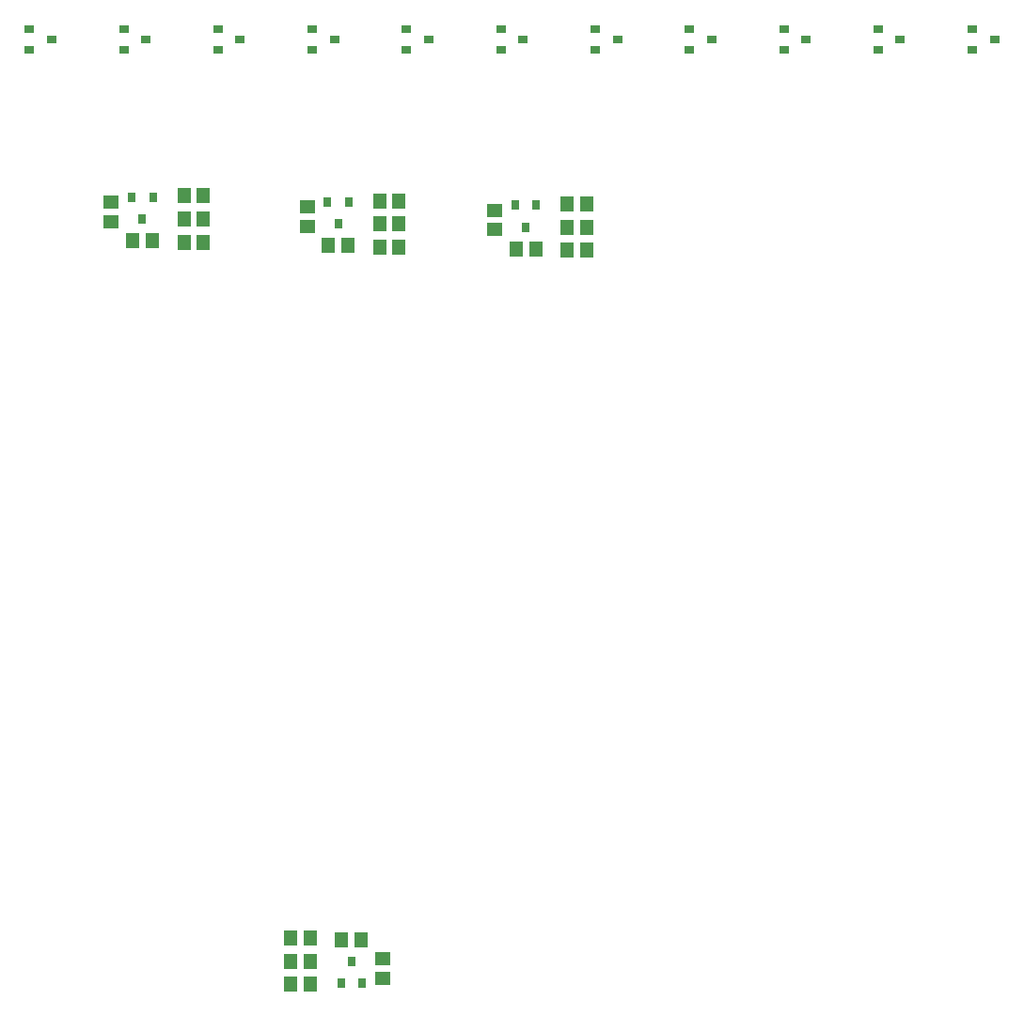
<source format=gbr>
%TF.GenerationSoftware,Altium Limited,Altium Designer,19.0.10 (269)*%
G04 Layer_Color=128*
%FSLAX26Y26*%
%MOIN*%
%TF.FileFunction,Paste,Bot*%
%TF.Part,Single*%
G01*
G75*
%TA.AperFunction,SMDPad,CuDef*%
%ADD12R,0.053150X0.045276*%
%ADD14R,0.045276X0.053150*%
%ADD31R,0.031496X0.035433*%
%ADD32R,0.035433X0.031496*%
D12*
X1168551Y3228551D02*
D03*
Y3297449D02*
D03*
X1862259Y3211551D02*
D03*
Y3280448D02*
D03*
X2130179Y615449D02*
D03*
Y546551D02*
D03*
X2527000Y3269449D02*
D03*
Y3200551D02*
D03*
D14*
X1495000Y3155000D02*
D03*
X1426102D02*
D03*
X1495000Y3320000D02*
D03*
X1426102D02*
D03*
X1245102Y3161000D02*
D03*
X1314000D02*
D03*
X1495000Y3237500D02*
D03*
X1426102D02*
D03*
X2188708Y3137999D02*
D03*
X2119811D02*
D03*
X2188708Y3302999D02*
D03*
X2119811D02*
D03*
X1938811Y3143999D02*
D03*
X2007708D02*
D03*
X2188708Y3220499D02*
D03*
X2119811D02*
D03*
X1803730Y689000D02*
D03*
X1872627D02*
D03*
X1803730Y524000D02*
D03*
X1872627D02*
D03*
X2053627Y683000D02*
D03*
X1984730D02*
D03*
X1803730Y606500D02*
D03*
X1872627D02*
D03*
X2853449Y3127000D02*
D03*
X2784551D02*
D03*
X2853449Y3292000D02*
D03*
X2784551D02*
D03*
Y3209500D02*
D03*
X2853449D02*
D03*
X2672449Y3133000D02*
D03*
X2603551D02*
D03*
D31*
X1241149Y3316370D02*
D03*
X1315953D02*
D03*
X1278551Y3237630D02*
D03*
X1934858Y3299369D02*
D03*
X2009661D02*
D03*
X1972259Y3220629D02*
D03*
X2599598Y3288370D02*
D03*
X2674401D02*
D03*
X2637000Y3209630D02*
D03*
X2057580Y527630D02*
D03*
X1982777D02*
D03*
X2020179Y606370D02*
D03*
D32*
X1291063Y3875725D02*
D03*
X1212323Y3913127D02*
D03*
Y3838324D02*
D03*
X956772Y3875725D02*
D03*
X878032Y3913127D02*
D03*
Y3838324D02*
D03*
X1625353Y3875725D02*
D03*
X1546613Y3913127D02*
D03*
Y3838324D02*
D03*
X3296806Y3875725D02*
D03*
X3218066Y3913127D02*
D03*
Y3838324D02*
D03*
X2962516Y3875725D02*
D03*
X2883776Y3913127D02*
D03*
Y3838324D02*
D03*
X2628225Y3875725D02*
D03*
X2549485Y3913127D02*
D03*
Y3838324D02*
D03*
X2293935Y3875725D02*
D03*
X2215194Y3913127D02*
D03*
Y3838324D02*
D03*
X1959644Y3875725D02*
D03*
X1880904Y3913127D02*
D03*
Y3838324D02*
D03*
X4299678Y3875725D02*
D03*
X4220938Y3913127D02*
D03*
Y3838324D02*
D03*
X3965388Y3875725D02*
D03*
X3886647Y3913127D02*
D03*
Y3838324D02*
D03*
X3631097Y3875725D02*
D03*
X3552357Y3913127D02*
D03*
Y3838324D02*
D03*
%TF.MD5,7417669a4ec21fd947363bcea46ea837*%
M02*

</source>
